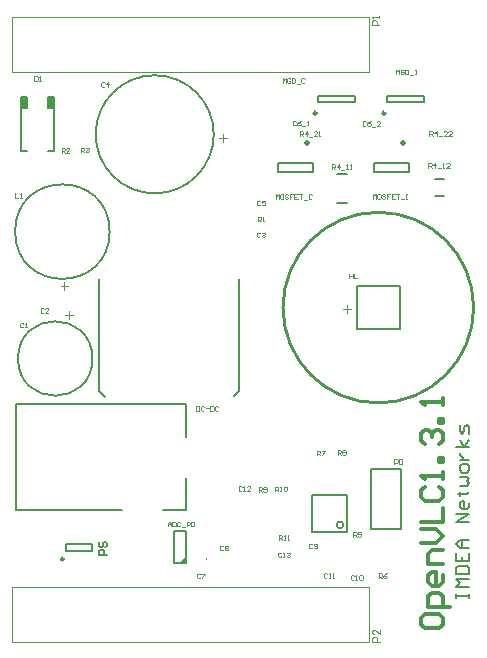
<source format=gto>
G04*
G04 #@! TF.GenerationSoftware,Altium Limited,Altium Designer,19.1.9 (167)*
G04*
G04 Layer_Color=65535*
%FSLAX44Y44*%
%MOMM*%
G71*
G01*
G75*
%ADD10C,0.2500*%
%ADD11C,0.2540*%
%ADD12C,0.1270*%
%ADD13C,0.1540*%
%ADD14C,0.2000*%
%ADD15C,0.0254*%
%ADD16C,0.5000*%
%ADD17C,0.1000*%
%ADD18C,0.3500*%
%ADD19C,0.0500*%
%ADD20C,0.1500*%
%ADD21C,0.0400*%
%ADD22R,0.5000X1.0000*%
G36*
X149093Y74065D02*
X143483D01*
X149093Y79675D01*
Y74065D01*
D02*
G37*
D10*
X46142Y77625D02*
G03*
X46142Y77625I-1250J0D01*
G01*
X318247Y455072D02*
G03*
X318247Y455072I-1250J0D01*
G01*
X260100D02*
G03*
X260100Y455072I-1250J0D01*
G01*
D11*
X393023Y290492D02*
G03*
X393023Y290492I-80725J0D01*
G01*
D12*
X70257Y247370D02*
G03*
X70257Y247370I-31500J0D01*
G01*
X173003Y437211D02*
G03*
X173003Y437211I-50000J0D01*
G01*
X84808Y354826D02*
G03*
X84808Y354826I-40000J0D01*
G01*
X338038Y405044D02*
Y412664D01*
X309038Y405044D02*
X338038D01*
X309038D02*
Y412664D01*
X338038D01*
X256684Y405044D02*
Y412664D01*
X227683Y405044D02*
X256684D01*
X227683D02*
Y412664D01*
X256684D01*
X294394Y308402D02*
X330394D01*
Y272402D02*
Y308402D01*
X294394Y272402D02*
X330394D01*
X294394D02*
Y308402D01*
X138933Y74066D02*
X149093D01*
X138933D02*
Y101065D01*
X149093D01*
Y74066D02*
Y101065D01*
X9605Y423099D02*
Y469100D01*
X37604Y423099D02*
Y469100D01*
X9605Y423099D02*
X14604D01*
X9605Y469100D02*
X14604D01*
X32605Y423099D02*
X37604D01*
X32605Y469100D02*
X37604D01*
X14604Y459100D02*
Y469100D01*
X32605Y459100D02*
Y469100D01*
X9605Y459100D02*
X14495D01*
X32605D02*
X37604D01*
X194500Y219821D02*
Y314821D01*
X75500Y219821D02*
Y314821D01*
X190500Y215821D02*
X194500Y219821D01*
X75500D02*
X80500Y214821D01*
X5315Y118843D02*
Y208846D01*
Y118843D02*
X95315D01*
X5315Y208846D02*
X149315D01*
Y181345D02*
Y208846D01*
X129816Y118843D02*
X149315D01*
Y146344D01*
D13*
X282735Y106528D02*
G03*
X282735Y106528I-2828J0D01*
G01*
X82310Y81271D02*
X75792D01*
Y84530D01*
X76878Y85616D01*
X79051D01*
X80137Y84530D01*
Y81271D01*
X76878Y92134D02*
X75792Y91048D01*
Y88875D01*
X76878Y87789D01*
X77965D01*
X79051Y88875D01*
Y91048D01*
X80137Y92134D01*
X81224D01*
X82310Y91048D01*
Y88875D01*
X81224Y87789D01*
D14*
X47891Y84125D02*
Y90125D01*
X69891Y84125D02*
Y90125D01*
X47891Y84125D02*
X69891D01*
X47891Y90125D02*
X69891D01*
X360268Y399688D02*
X368268D01*
X360268Y384688D02*
X368268D01*
X277457Y379238D02*
X285457D01*
X277457Y403238D02*
X285457D01*
X319747Y464572D02*
Y469571D01*
X350747Y464572D02*
Y469571D01*
X319747Y464572D02*
X350747D01*
X319747Y469571D02*
X350747D01*
X261600Y464572D02*
Y469571D01*
X292600Y464572D02*
Y469571D01*
X261600Y464572D02*
X292600D01*
X261600Y469571D02*
X292600D01*
X255907Y100757D02*
Y131757D01*
X285907D01*
Y100757D02*
Y131757D01*
X255907Y100757D02*
X285907D01*
X306029Y103388D02*
Y154188D01*
Y103388D02*
X331429D01*
Y154188D01*
X306029D02*
X331429D01*
D15*
X1961Y7212D02*
Y53948D01*
Y7212D02*
X304324D01*
Y53948D01*
X1961D02*
X304324D01*
X1961Y489812D02*
Y536548D01*
Y489812D02*
X304324D01*
Y536548D01*
X1961D02*
X304324D01*
D16*
X333133Y430056D02*
X333086Y430104D01*
X333038Y430056D01*
X333086Y430008D01*
X333133Y430056D01*
X251779D02*
X251731Y430104D01*
X251684Y430056D01*
X251731Y430008D01*
X251779Y430056D01*
D17*
X282739Y289464D02*
X289404D01*
X286072Y292796D02*
Y286132D01*
X50719Y287513D02*
Y280848D01*
X54052Y284181D02*
X47387D01*
X184184Y434293D02*
X177519D01*
X180851Y430961D02*
Y437625D01*
X46574Y305144D02*
Y311809D01*
X43241Y308477D02*
X49906D01*
D18*
X348799Y27997D02*
Y21999D01*
X351798Y19000D01*
X363794D01*
X366793Y21999D01*
Y27997D01*
X363794Y30996D01*
X351798D01*
X348799Y27997D01*
X372791Y36994D02*
X354797D01*
Y45991D01*
X357796Y48990D01*
X363794D01*
X366793Y45991D01*
Y36994D01*
Y63985D02*
Y57987D01*
X363794Y54988D01*
X357796D01*
X354797Y57987D01*
Y63985D01*
X357796Y66984D01*
X360795D01*
Y54988D01*
X366793Y72983D02*
X354797D01*
Y81980D01*
X357796Y84979D01*
X366793D01*
X348799Y90977D02*
X360795D01*
X366793Y96975D01*
X360795Y102973D01*
X348799D01*
Y108971D02*
X366793D01*
Y120967D01*
X351798Y138961D02*
X348799Y135962D01*
Y129964D01*
X351798Y126965D01*
X363794D01*
X366793Y129964D01*
Y135962D01*
X363794Y138961D01*
X366793Y144959D02*
Y150957D01*
Y147958D01*
X348799D01*
X351798Y144959D01*
X366793Y159954D02*
X363794D01*
Y162953D01*
X366793D01*
Y159954D01*
X351798Y174949D02*
X348799Y177948D01*
Y183947D01*
X351798Y186946D01*
X354797D01*
X357796Y183947D01*
Y180947D01*
Y183947D01*
X360795Y186946D01*
X363794D01*
X366793Y183947D01*
Y177948D01*
X363794Y174949D01*
X366793Y192944D02*
X363794D01*
Y195943D01*
X366793D01*
Y192944D01*
Y207939D02*
Y213937D01*
Y210938D01*
X348799D01*
X351798Y207939D01*
D19*
X166478Y77524D02*
X166763Y77810D01*
X166478Y78095D01*
X166192Y77810D01*
X166478Y77524D01*
X313339Y7742D02*
X307341D01*
Y10741D01*
X308340Y11741D01*
X310340D01*
X311339Y10741D01*
Y7742D01*
X313339Y17739D02*
Y13740D01*
X309340Y17739D01*
X308340D01*
X307341Y16739D01*
Y14740D01*
X308340Y13740D01*
X312835Y529623D02*
X306837D01*
Y532622D01*
X307837Y533622D01*
X309836D01*
X310836Y532622D01*
Y529623D01*
X312835Y535621D02*
Y537621D01*
Y536621D01*
X306837D01*
X307837Y535621D01*
D20*
X377884Y44546D02*
Y48211D01*
Y46379D01*
X388881D01*
Y44546D01*
Y48211D01*
Y53710D02*
X377884D01*
X381550Y57375D01*
X377884Y61041D01*
X388881D01*
X377884Y64706D02*
X388881D01*
Y70204D01*
X387048Y72037D01*
X379717D01*
X377884Y70204D01*
Y64706D01*
Y83033D02*
Y75703D01*
X388881D01*
Y83033D01*
X383382Y75703D02*
Y79368D01*
X388881Y86699D02*
X381550D01*
X377884Y90364D01*
X381550Y94030D01*
X388881D01*
X383382D01*
Y86699D01*
X388881Y108692D02*
X377884D01*
X388881Y116023D01*
X377884D01*
X388881Y125187D02*
Y121521D01*
X387048Y119688D01*
X383382D01*
X381550Y121521D01*
Y125187D01*
X383382Y127019D01*
X385215D01*
Y119688D01*
X379717Y132517D02*
X381550D01*
Y130685D01*
Y134350D01*
Y132517D01*
X387048D01*
X388881Y134350D01*
X381550Y139848D02*
X387048D01*
X388881Y141681D01*
X387048Y143514D01*
X388881Y145347D01*
X387048Y147179D01*
X381550D01*
X388881Y152678D02*
Y156343D01*
X387048Y158176D01*
X383382D01*
X381550Y156343D01*
Y152678D01*
X383382Y150845D01*
X387048D01*
X388881Y152678D01*
X381550Y161841D02*
X388881D01*
X385215D01*
X383382Y163674D01*
X381550Y165507D01*
Y167339D01*
X388881Y172838D02*
X377884D01*
X385215D02*
X381550Y178336D01*
X385215Y172838D02*
X388881Y178336D01*
Y183834D02*
Y189332D01*
X387048Y191165D01*
X385215Y189332D01*
Y185667D01*
X383382Y183834D01*
X381550Y185667D01*
Y191165D01*
D21*
X355629Y436049D02*
Y440048D01*
X357629D01*
X358295Y439381D01*
Y438049D01*
X357629Y437382D01*
X355629D01*
X356962D02*
X358295Y436049D01*
X361627D02*
Y440048D01*
X359628Y438049D01*
X362294D01*
X363627Y435383D02*
X366292D01*
X370291Y436049D02*
X367625D01*
X370291Y438715D01*
Y439381D01*
X369625Y440048D01*
X368292D01*
X367625Y439381D01*
X374290Y436049D02*
X371624D01*
X374290Y438715D01*
Y439381D01*
X373623Y440048D01*
X372290D01*
X371624Y439381D01*
X245832Y435833D02*
Y439832D01*
X247831D01*
X248497Y439166D01*
Y437833D01*
X247831Y437166D01*
X245832D01*
X247164D02*
X248497Y435833D01*
X251830D02*
Y439832D01*
X249830Y437833D01*
X252496D01*
X253829Y435167D02*
X256495D01*
X260494Y435833D02*
X257828D01*
X260494Y438499D01*
Y439166D01*
X259827Y439832D01*
X258494D01*
X257828Y439166D01*
X261826Y435833D02*
X263159D01*
X262493D01*
Y439832D01*
X261826Y439166D01*
X354701Y408924D02*
Y412923D01*
X356700D01*
X357367Y412256D01*
Y410923D01*
X356700Y410257D01*
X354701D01*
X356034D02*
X357367Y408924D01*
X360699D02*
Y412923D01*
X358700Y410923D01*
X361365D01*
X362698Y408258D02*
X365364D01*
X366697Y408924D02*
X368030D01*
X367364D01*
Y412923D01*
X366697Y412256D01*
X372695Y408924D02*
X370029D01*
X372695Y411590D01*
Y412256D01*
X372029Y412923D01*
X370696D01*
X370029Y412256D01*
X272922Y407778D02*
Y411776D01*
X274921D01*
X275587Y411110D01*
Y409777D01*
X274921Y409110D01*
X272922D01*
X274254D02*
X275587Y407778D01*
X278920D02*
Y411776D01*
X276920Y409777D01*
X279586D01*
X280919Y407111D02*
X283585D01*
X284918Y407778D02*
X286250D01*
X285584D01*
Y411776D01*
X284918Y411110D01*
X288250Y407778D02*
X289583D01*
X288916D01*
Y411776D01*
X288250Y411110D01*
X307525Y382768D02*
Y386767D01*
X308858Y385434D01*
X310191Y386767D01*
Y382768D01*
X313523Y386767D02*
X312190D01*
X311524Y386100D01*
Y383435D01*
X312190Y382768D01*
X313523D01*
X314190Y383435D01*
Y386100D01*
X313523Y386767D01*
X318189Y386100D02*
X317522Y386767D01*
X316189D01*
X315523Y386100D01*
Y385434D01*
X316189Y384767D01*
X317522D01*
X318189Y384101D01*
Y383435D01*
X317522Y382768D01*
X316189D01*
X315523Y383435D01*
X322187Y386767D02*
X319522D01*
Y384767D01*
X320854D01*
X319522D01*
Y382768D01*
X326186Y386767D02*
X323520D01*
Y382768D01*
X326186D01*
X323520Y384767D02*
X324853D01*
X327519Y386767D02*
X330185D01*
X328852D01*
Y382768D01*
X331517Y382102D02*
X334183D01*
X335516Y386767D02*
X336849D01*
X336183D01*
Y382768D01*
X335516D01*
X336849D01*
X327208Y488030D02*
Y492029D01*
X328540Y490696D01*
X329873Y492029D01*
Y488030D01*
X333872Y491362D02*
X333206Y492029D01*
X331873D01*
X331206Y491362D01*
Y488697D01*
X331873Y488030D01*
X333206D01*
X333872Y488697D01*
Y490029D01*
X332539D01*
X335205Y492029D02*
Y488030D01*
X337204D01*
X337871Y488697D01*
Y491362D01*
X337204Y492029D01*
X335205D01*
X339204Y487364D02*
X341870D01*
X343202Y492029D02*
X344535D01*
X343869D01*
Y488030D01*
X343202D01*
X344535D01*
X231233Y480752D02*
Y484751D01*
X232566Y483418D01*
X233899Y484751D01*
Y480752D01*
X237897Y484084D02*
X237231Y484751D01*
X235898D01*
X235231Y484084D01*
Y481418D01*
X235898Y480752D01*
X237231D01*
X237897Y481418D01*
Y482751D01*
X236564D01*
X239230Y484751D02*
Y480752D01*
X241230D01*
X241896Y481418D01*
Y484084D01*
X241230Y484751D01*
X239230D01*
X243229Y480085D02*
X245895D01*
X249893Y484084D02*
X249227Y484751D01*
X247894D01*
X247228Y484084D01*
Y481418D01*
X247894Y480752D01*
X249227D01*
X249893Y481418D01*
X301778Y447794D02*
X301112Y448461D01*
X299779D01*
X299113Y447794D01*
Y445128D01*
X299779Y444462D01*
X301112D01*
X301778Y445128D01*
X305777Y448461D02*
X304444Y447794D01*
X303111Y446461D01*
Y445128D01*
X303778Y444462D01*
X305111D01*
X305777Y445128D01*
Y445795D01*
X305111Y446461D01*
X303111D01*
X307110Y443796D02*
X309776D01*
X313775Y444462D02*
X311109D01*
X313775Y447128D01*
Y447794D01*
X313108Y448461D01*
X311775D01*
X311109Y447794D01*
X242457Y448010D02*
X241791Y448676D01*
X240458D01*
X239792Y448010D01*
Y445344D01*
X240458Y444678D01*
X241791D01*
X242457Y445344D01*
X246456Y448676D02*
X245123Y448010D01*
X243790Y446677D01*
Y445344D01*
X244457Y444678D01*
X245790D01*
X246456Y445344D01*
Y446011D01*
X245790Y446677D01*
X243790D01*
X247789Y444011D02*
X250455D01*
X251788Y444678D02*
X253121D01*
X252454D01*
Y448676D01*
X251788Y448010D01*
X230202Y82427D02*
X229536Y83093D01*
X228203D01*
X227536Y82427D01*
Y79761D01*
X228203Y79095D01*
X229536D01*
X230202Y79761D01*
X231535Y79095D02*
X232868D01*
X232201D01*
Y83093D01*
X231535Y82427D01*
X234867D02*
X235534Y83093D01*
X236866D01*
X237533Y82427D01*
Y81760D01*
X236866Y81094D01*
X236200D01*
X236866D01*
X237533Y80427D01*
Y79761D01*
X236866Y79095D01*
X235534D01*
X234867Y79761D01*
X224984Y134961D02*
Y138960D01*
X226983D01*
X227650Y138294D01*
Y136961D01*
X226983Y136294D01*
X224984D01*
X226317D02*
X227650Y134961D01*
X228983D02*
X230316D01*
X229649D01*
Y138960D01*
X228983Y138294D01*
X232315D02*
X232981Y138960D01*
X234314D01*
X234981Y138294D01*
Y135628D01*
X234314Y134961D01*
X232981D01*
X232315Y135628D01*
Y138294D01*
X287812Y319253D02*
Y315254D01*
Y317253D01*
X290478D01*
Y319253D01*
Y315254D01*
X291811Y319253D02*
Y315254D01*
X294477D01*
X196658Y138540D02*
X195992Y139207D01*
X194659D01*
X193993Y138540D01*
Y135875D01*
X194659Y135208D01*
X195992D01*
X196658Y135875D01*
X197991Y135208D02*
X199324D01*
X198658D01*
Y139207D01*
X197991Y138540D01*
X203989Y135208D02*
X201324D01*
X203989Y137874D01*
Y138540D01*
X203323Y139207D01*
X201990D01*
X201324Y138540D01*
X80513Y480713D02*
X79846Y481379D01*
X78513D01*
X77847Y480713D01*
Y478047D01*
X78513Y477380D01*
X79846D01*
X80513Y478047D01*
X83845Y477380D02*
Y481379D01*
X81846Y479380D01*
X84511D01*
X60564Y421983D02*
Y425982D01*
X62564D01*
X63230Y425315D01*
Y423983D01*
X62564Y423316D01*
X60564D01*
X61897D02*
X63230Y421983D01*
X64563Y425315D02*
X65230Y425982D01*
X66563D01*
X67229Y425315D01*
Y424649D01*
X66563Y423983D01*
X65896D01*
X66563D01*
X67229Y423316D01*
Y422650D01*
X66563Y421983D01*
X65230D01*
X64563Y422650D01*
X44162Y421758D02*
Y425757D01*
X46162D01*
X46828Y425091D01*
Y423758D01*
X46162Y423091D01*
X44162D01*
X45495D02*
X46828Y421758D01*
X50827D02*
X48161D01*
X50827Y424424D01*
Y425091D01*
X50160Y425757D01*
X48828D01*
X48161Y425091D01*
X158172Y207296D02*
Y203297D01*
X160171D01*
X160838Y203964D01*
Y206630D01*
X160171Y207296D01*
X158172D01*
X164836Y206630D02*
X164170Y207296D01*
X162837D01*
X162171Y206630D01*
Y203964D01*
X162837Y203297D01*
X164170D01*
X164836Y203964D01*
X166169Y205297D02*
X168835D01*
X170168Y207296D02*
Y203297D01*
X172167D01*
X172834Y203964D01*
Y206630D01*
X172167Y207296D01*
X170168D01*
X176832Y206630D02*
X176166Y207296D01*
X174833D01*
X174167Y206630D01*
Y203964D01*
X174833Y203297D01*
X176166D01*
X176832Y203964D01*
X29007Y289351D02*
X28341Y290017D01*
X27008D01*
X26342Y289351D01*
Y286685D01*
X27008Y286019D01*
X28341D01*
X29007Y286685D01*
X33006Y286019D02*
X30340D01*
X33006Y288684D01*
Y289351D01*
X32340Y290017D01*
X31007D01*
X30340Y289351D01*
X21134Y486457D02*
Y482458D01*
X23133D01*
X23800Y483124D01*
Y485790D01*
X23133Y486457D01*
X21134D01*
X25133Y482458D02*
X26465D01*
X25799D01*
Y486457D01*
X25133Y485790D01*
X210351Y363506D02*
Y367504D01*
X212350D01*
X213016Y366838D01*
Y365505D01*
X212350Y364839D01*
X210351D01*
X211684D02*
X213016Y363506D01*
X214349D02*
X215682D01*
X215016D01*
Y367504D01*
X214349Y366838D01*
X212350Y380391D02*
X211684Y381057D01*
X210351D01*
X209684Y380391D01*
Y377725D01*
X210351Y377058D01*
X211684D01*
X212350Y377725D01*
X216349Y381057D02*
X213683D01*
Y379058D01*
X215016Y379724D01*
X215682D01*
X216349Y379058D01*
Y377725D01*
X215682Y377058D01*
X214349D01*
X213683Y377725D01*
X11905Y276976D02*
X11238Y277642D01*
X9905D01*
X9239Y276976D01*
Y274310D01*
X9905Y273644D01*
X11238D01*
X11905Y274310D01*
X13238Y273644D02*
X14570D01*
X13904D01*
Y277642D01*
X13238Y276976D01*
X212350Y353350D02*
X211684Y354017D01*
X210351D01*
X209684Y353350D01*
Y350684D01*
X210351Y350018D01*
X211684D01*
X212350Y350684D01*
X213683Y353350D02*
X214349Y354017D01*
X215682D01*
X216349Y353350D01*
Y352684D01*
X215682Y352017D01*
X215016D01*
X215682D01*
X216349Y351351D01*
Y350684D01*
X215682Y350018D01*
X214349D01*
X213683Y350684D01*
X4911Y387276D02*
Y383278D01*
X7577D01*
X8910D02*
X10243D01*
X9576D01*
Y387276D01*
X8910Y386610D01*
X133986Y105180D02*
Y107846D01*
X135319Y109179D01*
X136651Y107846D01*
Y105180D01*
Y107179D01*
X133986D01*
X137984Y109179D02*
Y105180D01*
X139984D01*
X140650Y105847D01*
Y108512D01*
X139984Y109179D01*
X137984D01*
X144649Y108512D02*
X143982Y109179D01*
X142650D01*
X141983Y108512D01*
Y105847D01*
X142650Y105180D01*
X143982D01*
X144649Y105847D01*
X145982Y104514D02*
X148648D01*
X149980Y105180D02*
Y109179D01*
X151980D01*
X152646Y108512D01*
Y107179D01*
X151980Y106513D01*
X149980D01*
X153979Y109179D02*
Y105180D01*
X155979D01*
X156645Y105847D01*
Y108512D01*
X155979Y109179D01*
X153979D01*
X225339Y382337D02*
Y386335D01*
X226672Y385003D01*
X228005Y386335D01*
Y382337D01*
X231337Y386335D02*
X230004D01*
X229338Y385669D01*
Y383003D01*
X230004Y382337D01*
X231337D01*
X232003Y383003D01*
Y385669D01*
X231337Y386335D01*
X236002Y385669D02*
X235336Y386335D01*
X234003D01*
X233336Y385669D01*
Y385003D01*
X234003Y384336D01*
X235336D01*
X236002Y383670D01*
Y383003D01*
X235336Y382337D01*
X234003D01*
X233336Y383003D01*
X240001Y386335D02*
X237335D01*
Y384336D01*
X238668D01*
X237335D01*
Y382337D01*
X244000Y386335D02*
X241334D01*
Y382337D01*
X244000D01*
X241334Y384336D02*
X242666D01*
X245332Y386335D02*
X247998D01*
X246665D01*
Y382337D01*
X249331Y381670D02*
X251997D01*
X255996Y385669D02*
X255329Y386335D01*
X253996D01*
X253330Y385669D01*
Y383003D01*
X253996Y382337D01*
X255329D01*
X255996Y383003D01*
X256524Y89917D02*
X255857Y90584D01*
X254524D01*
X253858Y89917D01*
Y87252D01*
X254524Y86585D01*
X255857D01*
X256524Y87252D01*
X257857D02*
X258523Y86585D01*
X259856D01*
X260522Y87252D01*
Y89917D01*
X259856Y90584D01*
X258523D01*
X257857Y89917D01*
Y89251D01*
X258523Y88585D01*
X260522D01*
X291624Y63013D02*
X290957Y63680D01*
X289625D01*
X288958Y63013D01*
Y60348D01*
X289625Y59681D01*
X290957D01*
X291624Y60348D01*
X292957Y59681D02*
X294290D01*
X293623D01*
Y63680D01*
X292957Y63013D01*
X296289D02*
X296955Y63680D01*
X298288D01*
X298955Y63013D01*
Y60348D01*
X298288Y59681D01*
X296955D01*
X296289Y60348D01*
Y63013D01*
X269023Y64991D02*
X268356Y65658D01*
X267023D01*
X266357Y64991D01*
Y62325D01*
X267023Y61659D01*
X268356D01*
X269023Y62325D01*
X270356Y61659D02*
X271688D01*
X271022D01*
Y65658D01*
X270356Y64991D01*
X273688Y61659D02*
X275021D01*
X274354D01*
Y65658D01*
X273688Y64991D01*
X325967Y157996D02*
Y161995D01*
X327967D01*
X328633Y161328D01*
Y159995D01*
X327967Y159329D01*
X325967D01*
X329966Y161995D02*
Y157996D01*
X331965D01*
X332632Y158663D01*
Y161328D01*
X331965Y161995D01*
X329966D01*
X291218Y96408D02*
Y100407D01*
X293218D01*
X293884Y99740D01*
Y98407D01*
X293218Y97741D01*
X291218D01*
X292551D02*
X293884Y96408D01*
X297883Y100407D02*
X295217D01*
Y98407D01*
X296550Y99074D01*
X297216D01*
X297883Y98407D01*
Y97074D01*
X297216Y96408D01*
X295883D01*
X295217Y97074D01*
X312689Y61376D02*
Y65375D01*
X314689D01*
X315355Y64708D01*
Y63376D01*
X314689Y62709D01*
X312689D01*
X314022D02*
X315355Y61376D01*
X319354Y65375D02*
X318021Y64708D01*
X316688Y63376D01*
Y62043D01*
X317354Y61376D01*
X318687D01*
X319354Y62043D01*
Y62709D01*
X318687Y63376D01*
X316688D01*
X260424Y165341D02*
Y169340D01*
X262423D01*
X263090Y168674D01*
Y167341D01*
X262423Y166674D01*
X260424D01*
X261757D02*
X263090Y165341D01*
X264423Y169340D02*
X267089D01*
Y168674D01*
X264423Y166008D01*
Y165341D01*
X277940Y165906D02*
Y169905D01*
X279939D01*
X280606Y169239D01*
Y167906D01*
X279939Y167239D01*
X277940D01*
X279273D02*
X280606Y165906D01*
X281939Y169239D02*
X282605Y169905D01*
X283938D01*
X284604Y169239D01*
Y168572D01*
X283938Y167906D01*
X284604Y167239D01*
Y166573D01*
X283938Y165906D01*
X282605D01*
X281939Y166573D01*
Y167239D01*
X282605Y167906D01*
X281939Y168572D01*
Y169239D01*
X282605Y167906D02*
X283938D01*
X211016Y134548D02*
Y138546D01*
X213015D01*
X213682Y137880D01*
Y136547D01*
X213015Y135881D01*
X211016D01*
X212349D02*
X213682Y134548D01*
X215014Y135214D02*
X215681Y134548D01*
X217014D01*
X217680Y135214D01*
Y137880D01*
X217014Y138546D01*
X215681D01*
X215014Y137880D01*
Y137214D01*
X215681Y136547D01*
X217680D01*
X228269Y93854D02*
Y97852D01*
X230268D01*
X230935Y97186D01*
Y95853D01*
X230268Y95186D01*
X228269D01*
X229602D02*
X230935Y93854D01*
X232268D02*
X233601D01*
X232934D01*
Y97852D01*
X232268Y97186D01*
X235600Y93854D02*
X236933D01*
X236266D01*
Y97852D01*
X235600Y97186D01*
X161883Y64668D02*
X161216Y65334D01*
X159883D01*
X159217Y64668D01*
Y62002D01*
X159883Y61336D01*
X161216D01*
X161883Y62002D01*
X163216Y65334D02*
X165882D01*
Y64668D01*
X163216Y62002D01*
Y61336D01*
X180910Y88245D02*
X180243Y88911D01*
X178910D01*
X178244Y88245D01*
Y85579D01*
X178910Y84912D01*
X180243D01*
X180910Y85579D01*
X182243Y88245D02*
X182909Y88911D01*
X184242D01*
X184909Y88245D01*
Y87578D01*
X184242Y86912D01*
X184909Y86245D01*
Y85579D01*
X184242Y84912D01*
X182909D01*
X182243Y85579D01*
Y86245D01*
X182909Y86912D01*
X182243Y87578D01*
Y88245D01*
X182909Y86912D02*
X184242D01*
D22*
X12105Y464104D02*
D03*
X35104D02*
D03*
M02*

</source>
